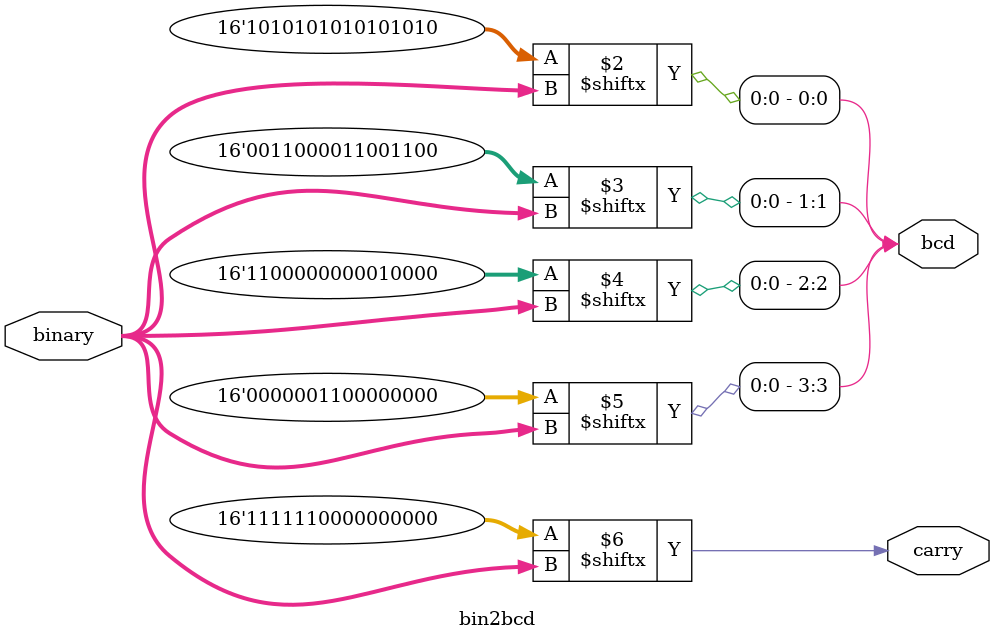
<source format=sv>
`timescale 1ns/1ns
module bin2bcd (
    input logic [3:0] binary,
    output logic [3: 0] bcd,
    output logic carry
  );

  localparam bcd0 = 16'haaaa;
  localparam bcd1 = 16'h30cc;
  localparam bcd2 = 16'hc010;
  localparam bcd3 = 16'h0300;
  localparam carryLookup = 16'hfc00;

  always_comb
  begin
    bcd[0] =  bcd0[binary];
    bcd[1] =  bcd1[binary];
    bcd[2] =  bcd2[binary];
    bcd[3] =  bcd3[binary];
    carry = carryLookup[binary];
  end

endmodule

</source>
